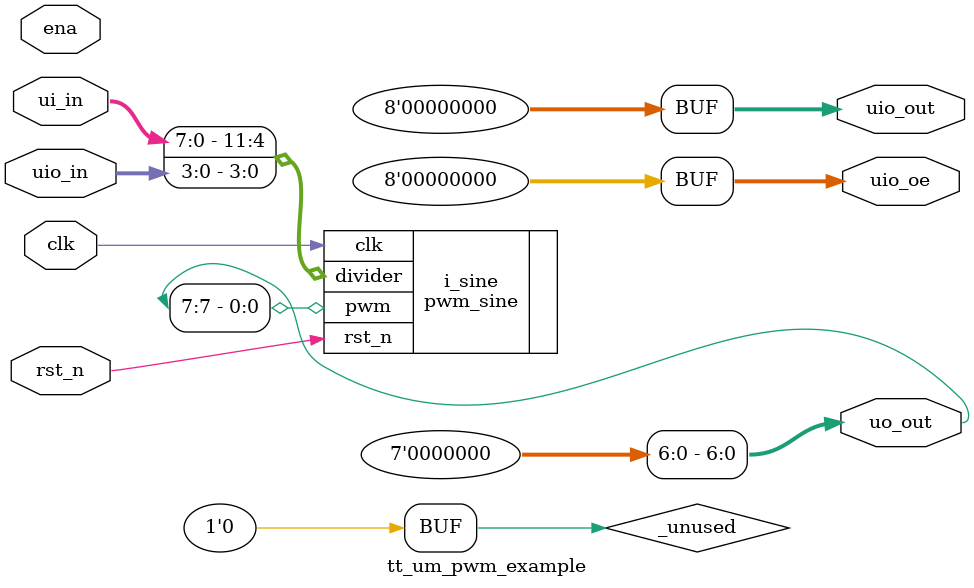
<source format=v>
/*
 * Copyright (c) 2024 Your Name
 * SPDX-License-Identifier: Apache-2.0
 */

`default_nettype none

module tt_um_pwm_example (
    input  wire [7:0] ui_in,    // Dedicated inputs
    output wire [7:0] uo_out,   // Dedicated outputs
    input  wire [7:0] uio_in,   // IOs: Input path
    output wire [7:0] uio_out,  // IOs: Output path
    output wire [7:0] uio_oe,   // IOs: Enable path (active high: 0=input, 1=output)
    input  wire       ena,      // always 1 when the design is powered, so you can ignore it
    input  wire       clk,      // clock
    input  wire       rst_n     // reset_n - low to reset
);

  pwm_sine i_sine(
        .clk(clk),
        .rst_n(rst_n),

        .divider({ui_in, uio_in[3:0]}),

        .pwm(uo_out[7])
  );

  // All output pins must be assigned. If not used, assign to 0.
  assign uo_out[6:0] = 0;
  assign uio_out = 0;
  assign uio_oe  = 0;

  // List all unused inputs to prevent warnings
  wire _unused = &{ena, uio_in[7:4], 1'b0};

endmodule

</source>
